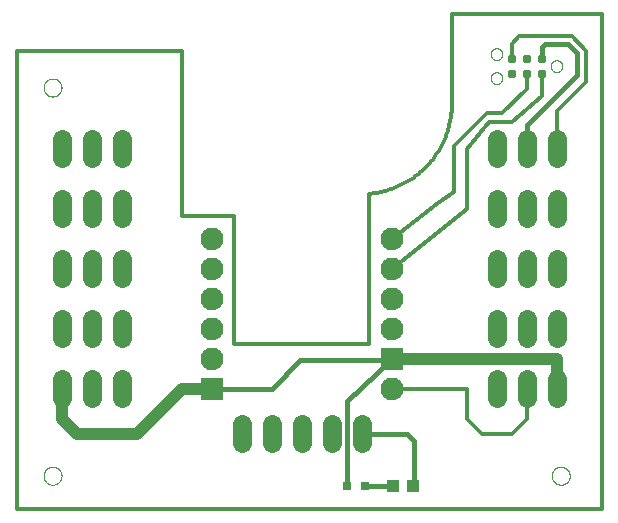
<source format=gtl>
G75*
%MOIN*%
%OFA0B0*%
%FSLAX25Y25*%
%IPPOS*%
%LPD*%
%AMOC8*
5,1,8,0,0,1.08239X$1,22.5*
%
%ADD10C,0.01200*%
%ADD11C,0.00000*%
%ADD12C,0.06400*%
%ADD13C,0.03100*%
%ADD14R,0.07600X0.07600*%
%ADD15C,0.07600*%
%ADD16R,0.03150X0.03150*%
%ADD17R,0.03937X0.04331*%
%ADD18C,0.01600*%
%ADD19C,0.04000*%
D10*
X0001600Y0002667D02*
X0001600Y0155167D01*
X0056600Y0155167D01*
X0056600Y0100167D01*
X0074100Y0100167D01*
X0074100Y0057667D01*
X0119100Y0057667D01*
X0119100Y0107667D01*
X0126600Y0092667D02*
X0142141Y0104454D01*
X0147300Y0108367D01*
X0147300Y0123412D01*
X0158354Y0134467D01*
X0163400Y0134467D01*
X0171600Y0142667D01*
X0171600Y0147667D01*
X0176600Y0147667D02*
X0176600Y0140167D01*
X0166600Y0131417D01*
X0159100Y0131417D01*
X0151600Y0122667D01*
X0151600Y0102667D01*
X0126600Y0082667D01*
X0126600Y0042667D02*
X0151600Y0042667D01*
X0151600Y0032667D01*
X0156600Y0027667D01*
X0166600Y0027667D01*
X0171600Y0032667D01*
X0171600Y0042667D01*
X0196600Y0002667D02*
X0001600Y0002667D01*
X0119100Y0107667D02*
X0119824Y0107736D01*
X0120546Y0107823D01*
X0121266Y0107927D01*
X0121984Y0108048D01*
X0122698Y0108187D01*
X0123408Y0108343D01*
X0124115Y0108516D01*
X0124817Y0108706D01*
X0125515Y0108913D01*
X0126207Y0109137D01*
X0126893Y0109377D01*
X0127574Y0109634D01*
X0128248Y0109908D01*
X0128916Y0110197D01*
X0129576Y0110503D01*
X0130228Y0110824D01*
X0130873Y0111162D01*
X0131509Y0111514D01*
X0132137Y0111882D01*
X0132755Y0112265D01*
X0133364Y0112663D01*
X0133964Y0113075D01*
X0134553Y0113502D01*
X0135132Y0113943D01*
X0135699Y0114398D01*
X0136256Y0114866D01*
X0136801Y0115348D01*
X0137335Y0115842D01*
X0137856Y0116350D01*
X0138365Y0116869D01*
X0138861Y0117401D01*
X0139344Y0117945D01*
X0139814Y0118501D01*
X0140271Y0119067D01*
X0140713Y0119645D01*
X0141142Y0120233D01*
X0141556Y0120831D01*
X0141955Y0121439D01*
X0142340Y0122056D01*
X0142710Y0122683D01*
X0143064Y0123318D01*
X0143403Y0123961D01*
X0143727Y0124613D01*
X0144034Y0125272D01*
X0144326Y0125939D01*
X0144601Y0126612D01*
X0144860Y0127292D01*
X0145102Y0127978D01*
X0145328Y0128670D01*
X0145537Y0129366D01*
X0145729Y0130068D01*
X0145904Y0130774D01*
X0146062Y0131484D01*
X0146203Y0132198D01*
X0146327Y0132915D01*
X0146433Y0133635D01*
X0146521Y0134357D01*
X0146593Y0135081D01*
X0146646Y0135806D01*
X0146683Y0136533D01*
X0146701Y0137260D01*
X0146702Y0137987D01*
X0146686Y0138715D01*
X0146652Y0139441D01*
X0146600Y0140167D01*
X0146600Y0167667D01*
X0196600Y0167667D01*
X0196600Y0002667D01*
X0181600Y0122667D02*
X0181600Y0135167D01*
X0191400Y0144967D01*
X0191400Y0155367D01*
X0186600Y0160167D01*
X0169100Y0160167D01*
X0166600Y0157667D01*
X0166600Y0152667D01*
D11*
X0159631Y0154167D02*
X0159633Y0154255D01*
X0159639Y0154343D01*
X0159649Y0154431D01*
X0159663Y0154519D01*
X0159680Y0154605D01*
X0159702Y0154691D01*
X0159727Y0154775D01*
X0159757Y0154859D01*
X0159789Y0154941D01*
X0159826Y0155021D01*
X0159866Y0155100D01*
X0159910Y0155177D01*
X0159957Y0155252D01*
X0160007Y0155324D01*
X0160061Y0155395D01*
X0160117Y0155462D01*
X0160177Y0155528D01*
X0160239Y0155590D01*
X0160305Y0155650D01*
X0160372Y0155706D01*
X0160443Y0155760D01*
X0160515Y0155810D01*
X0160590Y0155857D01*
X0160667Y0155901D01*
X0160746Y0155941D01*
X0160826Y0155978D01*
X0160908Y0156010D01*
X0160992Y0156040D01*
X0161076Y0156065D01*
X0161162Y0156087D01*
X0161248Y0156104D01*
X0161336Y0156118D01*
X0161424Y0156128D01*
X0161512Y0156134D01*
X0161600Y0156136D01*
X0161688Y0156134D01*
X0161776Y0156128D01*
X0161864Y0156118D01*
X0161952Y0156104D01*
X0162038Y0156087D01*
X0162124Y0156065D01*
X0162208Y0156040D01*
X0162292Y0156010D01*
X0162374Y0155978D01*
X0162454Y0155941D01*
X0162533Y0155901D01*
X0162610Y0155857D01*
X0162685Y0155810D01*
X0162757Y0155760D01*
X0162828Y0155706D01*
X0162895Y0155650D01*
X0162961Y0155590D01*
X0163023Y0155528D01*
X0163083Y0155462D01*
X0163139Y0155395D01*
X0163193Y0155324D01*
X0163243Y0155252D01*
X0163290Y0155177D01*
X0163334Y0155100D01*
X0163374Y0155021D01*
X0163411Y0154941D01*
X0163443Y0154859D01*
X0163473Y0154775D01*
X0163498Y0154691D01*
X0163520Y0154605D01*
X0163537Y0154519D01*
X0163551Y0154431D01*
X0163561Y0154343D01*
X0163567Y0154255D01*
X0163569Y0154167D01*
X0163567Y0154079D01*
X0163561Y0153991D01*
X0163551Y0153903D01*
X0163537Y0153815D01*
X0163520Y0153729D01*
X0163498Y0153643D01*
X0163473Y0153559D01*
X0163443Y0153475D01*
X0163411Y0153393D01*
X0163374Y0153313D01*
X0163334Y0153234D01*
X0163290Y0153157D01*
X0163243Y0153082D01*
X0163193Y0153010D01*
X0163139Y0152939D01*
X0163083Y0152872D01*
X0163023Y0152806D01*
X0162961Y0152744D01*
X0162895Y0152684D01*
X0162828Y0152628D01*
X0162757Y0152574D01*
X0162685Y0152524D01*
X0162610Y0152477D01*
X0162533Y0152433D01*
X0162454Y0152393D01*
X0162374Y0152356D01*
X0162292Y0152324D01*
X0162208Y0152294D01*
X0162124Y0152269D01*
X0162038Y0152247D01*
X0161952Y0152230D01*
X0161864Y0152216D01*
X0161776Y0152206D01*
X0161688Y0152200D01*
X0161600Y0152198D01*
X0161512Y0152200D01*
X0161424Y0152206D01*
X0161336Y0152216D01*
X0161248Y0152230D01*
X0161162Y0152247D01*
X0161076Y0152269D01*
X0160992Y0152294D01*
X0160908Y0152324D01*
X0160826Y0152356D01*
X0160746Y0152393D01*
X0160667Y0152433D01*
X0160590Y0152477D01*
X0160515Y0152524D01*
X0160443Y0152574D01*
X0160372Y0152628D01*
X0160305Y0152684D01*
X0160239Y0152744D01*
X0160177Y0152806D01*
X0160117Y0152872D01*
X0160061Y0152939D01*
X0160007Y0153010D01*
X0159957Y0153082D01*
X0159910Y0153157D01*
X0159866Y0153234D01*
X0159826Y0153313D01*
X0159789Y0153393D01*
X0159757Y0153475D01*
X0159727Y0153559D01*
X0159702Y0153643D01*
X0159680Y0153729D01*
X0159663Y0153815D01*
X0159649Y0153903D01*
X0159639Y0153991D01*
X0159633Y0154079D01*
X0159631Y0154167D01*
X0159631Y0146167D02*
X0159633Y0146255D01*
X0159639Y0146343D01*
X0159649Y0146431D01*
X0159663Y0146519D01*
X0159680Y0146605D01*
X0159702Y0146691D01*
X0159727Y0146775D01*
X0159757Y0146859D01*
X0159789Y0146941D01*
X0159826Y0147021D01*
X0159866Y0147100D01*
X0159910Y0147177D01*
X0159957Y0147252D01*
X0160007Y0147324D01*
X0160061Y0147395D01*
X0160117Y0147462D01*
X0160177Y0147528D01*
X0160239Y0147590D01*
X0160305Y0147650D01*
X0160372Y0147706D01*
X0160443Y0147760D01*
X0160515Y0147810D01*
X0160590Y0147857D01*
X0160667Y0147901D01*
X0160746Y0147941D01*
X0160826Y0147978D01*
X0160908Y0148010D01*
X0160992Y0148040D01*
X0161076Y0148065D01*
X0161162Y0148087D01*
X0161248Y0148104D01*
X0161336Y0148118D01*
X0161424Y0148128D01*
X0161512Y0148134D01*
X0161600Y0148136D01*
X0161688Y0148134D01*
X0161776Y0148128D01*
X0161864Y0148118D01*
X0161952Y0148104D01*
X0162038Y0148087D01*
X0162124Y0148065D01*
X0162208Y0148040D01*
X0162292Y0148010D01*
X0162374Y0147978D01*
X0162454Y0147941D01*
X0162533Y0147901D01*
X0162610Y0147857D01*
X0162685Y0147810D01*
X0162757Y0147760D01*
X0162828Y0147706D01*
X0162895Y0147650D01*
X0162961Y0147590D01*
X0163023Y0147528D01*
X0163083Y0147462D01*
X0163139Y0147395D01*
X0163193Y0147324D01*
X0163243Y0147252D01*
X0163290Y0147177D01*
X0163334Y0147100D01*
X0163374Y0147021D01*
X0163411Y0146941D01*
X0163443Y0146859D01*
X0163473Y0146775D01*
X0163498Y0146691D01*
X0163520Y0146605D01*
X0163537Y0146519D01*
X0163551Y0146431D01*
X0163561Y0146343D01*
X0163567Y0146255D01*
X0163569Y0146167D01*
X0163567Y0146079D01*
X0163561Y0145991D01*
X0163551Y0145903D01*
X0163537Y0145815D01*
X0163520Y0145729D01*
X0163498Y0145643D01*
X0163473Y0145559D01*
X0163443Y0145475D01*
X0163411Y0145393D01*
X0163374Y0145313D01*
X0163334Y0145234D01*
X0163290Y0145157D01*
X0163243Y0145082D01*
X0163193Y0145010D01*
X0163139Y0144939D01*
X0163083Y0144872D01*
X0163023Y0144806D01*
X0162961Y0144744D01*
X0162895Y0144684D01*
X0162828Y0144628D01*
X0162757Y0144574D01*
X0162685Y0144524D01*
X0162610Y0144477D01*
X0162533Y0144433D01*
X0162454Y0144393D01*
X0162374Y0144356D01*
X0162292Y0144324D01*
X0162208Y0144294D01*
X0162124Y0144269D01*
X0162038Y0144247D01*
X0161952Y0144230D01*
X0161864Y0144216D01*
X0161776Y0144206D01*
X0161688Y0144200D01*
X0161600Y0144198D01*
X0161512Y0144200D01*
X0161424Y0144206D01*
X0161336Y0144216D01*
X0161248Y0144230D01*
X0161162Y0144247D01*
X0161076Y0144269D01*
X0160992Y0144294D01*
X0160908Y0144324D01*
X0160826Y0144356D01*
X0160746Y0144393D01*
X0160667Y0144433D01*
X0160590Y0144477D01*
X0160515Y0144524D01*
X0160443Y0144574D01*
X0160372Y0144628D01*
X0160305Y0144684D01*
X0160239Y0144744D01*
X0160177Y0144806D01*
X0160117Y0144872D01*
X0160061Y0144939D01*
X0160007Y0145010D01*
X0159957Y0145082D01*
X0159910Y0145157D01*
X0159866Y0145234D01*
X0159826Y0145313D01*
X0159789Y0145393D01*
X0159757Y0145475D01*
X0159727Y0145559D01*
X0159702Y0145643D01*
X0159680Y0145729D01*
X0159663Y0145815D01*
X0159649Y0145903D01*
X0159639Y0145991D01*
X0159633Y0146079D01*
X0159631Y0146167D01*
X0179631Y0150167D02*
X0179633Y0150255D01*
X0179639Y0150343D01*
X0179649Y0150431D01*
X0179663Y0150519D01*
X0179680Y0150605D01*
X0179702Y0150691D01*
X0179727Y0150775D01*
X0179757Y0150859D01*
X0179789Y0150941D01*
X0179826Y0151021D01*
X0179866Y0151100D01*
X0179910Y0151177D01*
X0179957Y0151252D01*
X0180007Y0151324D01*
X0180061Y0151395D01*
X0180117Y0151462D01*
X0180177Y0151528D01*
X0180239Y0151590D01*
X0180305Y0151650D01*
X0180372Y0151706D01*
X0180443Y0151760D01*
X0180515Y0151810D01*
X0180590Y0151857D01*
X0180667Y0151901D01*
X0180746Y0151941D01*
X0180826Y0151978D01*
X0180908Y0152010D01*
X0180992Y0152040D01*
X0181076Y0152065D01*
X0181162Y0152087D01*
X0181248Y0152104D01*
X0181336Y0152118D01*
X0181424Y0152128D01*
X0181512Y0152134D01*
X0181600Y0152136D01*
X0181688Y0152134D01*
X0181776Y0152128D01*
X0181864Y0152118D01*
X0181952Y0152104D01*
X0182038Y0152087D01*
X0182124Y0152065D01*
X0182208Y0152040D01*
X0182292Y0152010D01*
X0182374Y0151978D01*
X0182454Y0151941D01*
X0182533Y0151901D01*
X0182610Y0151857D01*
X0182685Y0151810D01*
X0182757Y0151760D01*
X0182828Y0151706D01*
X0182895Y0151650D01*
X0182961Y0151590D01*
X0183023Y0151528D01*
X0183083Y0151462D01*
X0183139Y0151395D01*
X0183193Y0151324D01*
X0183243Y0151252D01*
X0183290Y0151177D01*
X0183334Y0151100D01*
X0183374Y0151021D01*
X0183411Y0150941D01*
X0183443Y0150859D01*
X0183473Y0150775D01*
X0183498Y0150691D01*
X0183520Y0150605D01*
X0183537Y0150519D01*
X0183551Y0150431D01*
X0183561Y0150343D01*
X0183567Y0150255D01*
X0183569Y0150167D01*
X0183567Y0150079D01*
X0183561Y0149991D01*
X0183551Y0149903D01*
X0183537Y0149815D01*
X0183520Y0149729D01*
X0183498Y0149643D01*
X0183473Y0149559D01*
X0183443Y0149475D01*
X0183411Y0149393D01*
X0183374Y0149313D01*
X0183334Y0149234D01*
X0183290Y0149157D01*
X0183243Y0149082D01*
X0183193Y0149010D01*
X0183139Y0148939D01*
X0183083Y0148872D01*
X0183023Y0148806D01*
X0182961Y0148744D01*
X0182895Y0148684D01*
X0182828Y0148628D01*
X0182757Y0148574D01*
X0182685Y0148524D01*
X0182610Y0148477D01*
X0182533Y0148433D01*
X0182454Y0148393D01*
X0182374Y0148356D01*
X0182292Y0148324D01*
X0182208Y0148294D01*
X0182124Y0148269D01*
X0182038Y0148247D01*
X0181952Y0148230D01*
X0181864Y0148216D01*
X0181776Y0148206D01*
X0181688Y0148200D01*
X0181600Y0148198D01*
X0181512Y0148200D01*
X0181424Y0148206D01*
X0181336Y0148216D01*
X0181248Y0148230D01*
X0181162Y0148247D01*
X0181076Y0148269D01*
X0180992Y0148294D01*
X0180908Y0148324D01*
X0180826Y0148356D01*
X0180746Y0148393D01*
X0180667Y0148433D01*
X0180590Y0148477D01*
X0180515Y0148524D01*
X0180443Y0148574D01*
X0180372Y0148628D01*
X0180305Y0148684D01*
X0180239Y0148744D01*
X0180177Y0148806D01*
X0180117Y0148872D01*
X0180061Y0148939D01*
X0180007Y0149010D01*
X0179957Y0149082D01*
X0179910Y0149157D01*
X0179866Y0149234D01*
X0179826Y0149313D01*
X0179789Y0149393D01*
X0179757Y0149475D01*
X0179727Y0149559D01*
X0179702Y0149643D01*
X0179680Y0149729D01*
X0179663Y0149815D01*
X0179649Y0149903D01*
X0179639Y0149991D01*
X0179633Y0150079D01*
X0179631Y0150167D01*
X0180000Y0013667D02*
X0180002Y0013776D01*
X0180008Y0013885D01*
X0180018Y0013993D01*
X0180032Y0014101D01*
X0180049Y0014209D01*
X0180071Y0014316D01*
X0180096Y0014422D01*
X0180126Y0014526D01*
X0180159Y0014630D01*
X0180196Y0014733D01*
X0180236Y0014834D01*
X0180280Y0014933D01*
X0180328Y0015031D01*
X0180380Y0015128D01*
X0180434Y0015222D01*
X0180492Y0015314D01*
X0180554Y0015404D01*
X0180619Y0015491D01*
X0180686Y0015577D01*
X0180757Y0015660D01*
X0180831Y0015740D01*
X0180908Y0015817D01*
X0180987Y0015892D01*
X0181069Y0015963D01*
X0181154Y0016032D01*
X0181241Y0016097D01*
X0181330Y0016160D01*
X0181422Y0016218D01*
X0181516Y0016274D01*
X0181611Y0016326D01*
X0181709Y0016375D01*
X0181808Y0016420D01*
X0181909Y0016462D01*
X0182011Y0016499D01*
X0182114Y0016533D01*
X0182219Y0016564D01*
X0182325Y0016590D01*
X0182431Y0016613D01*
X0182539Y0016631D01*
X0182647Y0016646D01*
X0182755Y0016657D01*
X0182864Y0016664D01*
X0182973Y0016667D01*
X0183082Y0016666D01*
X0183191Y0016661D01*
X0183299Y0016652D01*
X0183407Y0016639D01*
X0183515Y0016622D01*
X0183622Y0016602D01*
X0183728Y0016577D01*
X0183833Y0016549D01*
X0183937Y0016517D01*
X0184040Y0016481D01*
X0184142Y0016441D01*
X0184242Y0016398D01*
X0184340Y0016351D01*
X0184437Y0016301D01*
X0184531Y0016247D01*
X0184624Y0016189D01*
X0184715Y0016129D01*
X0184803Y0016065D01*
X0184889Y0015998D01*
X0184972Y0015928D01*
X0185053Y0015855D01*
X0185131Y0015779D01*
X0185206Y0015700D01*
X0185279Y0015618D01*
X0185348Y0015534D01*
X0185414Y0015448D01*
X0185477Y0015359D01*
X0185537Y0015268D01*
X0185594Y0015175D01*
X0185647Y0015080D01*
X0185696Y0014983D01*
X0185742Y0014884D01*
X0185784Y0014784D01*
X0185823Y0014682D01*
X0185858Y0014578D01*
X0185889Y0014474D01*
X0185917Y0014369D01*
X0185940Y0014262D01*
X0185960Y0014155D01*
X0185976Y0014047D01*
X0185988Y0013939D01*
X0185996Y0013830D01*
X0186000Y0013721D01*
X0186000Y0013613D01*
X0185996Y0013504D01*
X0185988Y0013395D01*
X0185976Y0013287D01*
X0185960Y0013179D01*
X0185940Y0013072D01*
X0185917Y0012965D01*
X0185889Y0012860D01*
X0185858Y0012756D01*
X0185823Y0012652D01*
X0185784Y0012550D01*
X0185742Y0012450D01*
X0185696Y0012351D01*
X0185647Y0012254D01*
X0185594Y0012159D01*
X0185537Y0012066D01*
X0185477Y0011975D01*
X0185414Y0011886D01*
X0185348Y0011800D01*
X0185279Y0011716D01*
X0185206Y0011634D01*
X0185131Y0011555D01*
X0185053Y0011479D01*
X0184972Y0011406D01*
X0184889Y0011336D01*
X0184803Y0011269D01*
X0184715Y0011205D01*
X0184624Y0011145D01*
X0184531Y0011087D01*
X0184437Y0011033D01*
X0184340Y0010983D01*
X0184242Y0010936D01*
X0184142Y0010893D01*
X0184040Y0010853D01*
X0183937Y0010817D01*
X0183833Y0010785D01*
X0183728Y0010757D01*
X0183622Y0010732D01*
X0183515Y0010712D01*
X0183407Y0010695D01*
X0183299Y0010682D01*
X0183191Y0010673D01*
X0183082Y0010668D01*
X0182973Y0010667D01*
X0182864Y0010670D01*
X0182755Y0010677D01*
X0182647Y0010688D01*
X0182539Y0010703D01*
X0182431Y0010721D01*
X0182325Y0010744D01*
X0182219Y0010770D01*
X0182114Y0010801D01*
X0182011Y0010835D01*
X0181909Y0010872D01*
X0181808Y0010914D01*
X0181709Y0010959D01*
X0181611Y0011008D01*
X0181516Y0011060D01*
X0181422Y0011116D01*
X0181330Y0011174D01*
X0181241Y0011237D01*
X0181154Y0011302D01*
X0181069Y0011371D01*
X0180987Y0011442D01*
X0180908Y0011517D01*
X0180831Y0011594D01*
X0180757Y0011674D01*
X0180686Y0011757D01*
X0180619Y0011843D01*
X0180554Y0011930D01*
X0180492Y0012020D01*
X0180434Y0012112D01*
X0180380Y0012206D01*
X0180328Y0012303D01*
X0180280Y0012401D01*
X0180236Y0012500D01*
X0180196Y0012601D01*
X0180159Y0012704D01*
X0180126Y0012808D01*
X0180096Y0012912D01*
X0180071Y0013018D01*
X0180049Y0013125D01*
X0180032Y0013233D01*
X0180018Y0013341D01*
X0180008Y0013449D01*
X0180002Y0013558D01*
X0180000Y0013667D01*
X0010600Y0013667D02*
X0010602Y0013776D01*
X0010608Y0013885D01*
X0010618Y0013993D01*
X0010632Y0014101D01*
X0010649Y0014209D01*
X0010671Y0014316D01*
X0010696Y0014422D01*
X0010726Y0014526D01*
X0010759Y0014630D01*
X0010796Y0014733D01*
X0010836Y0014834D01*
X0010880Y0014933D01*
X0010928Y0015031D01*
X0010980Y0015128D01*
X0011034Y0015222D01*
X0011092Y0015314D01*
X0011154Y0015404D01*
X0011219Y0015491D01*
X0011286Y0015577D01*
X0011357Y0015660D01*
X0011431Y0015740D01*
X0011508Y0015817D01*
X0011587Y0015892D01*
X0011669Y0015963D01*
X0011754Y0016032D01*
X0011841Y0016097D01*
X0011930Y0016160D01*
X0012022Y0016218D01*
X0012116Y0016274D01*
X0012211Y0016326D01*
X0012309Y0016375D01*
X0012408Y0016420D01*
X0012509Y0016462D01*
X0012611Y0016499D01*
X0012714Y0016533D01*
X0012819Y0016564D01*
X0012925Y0016590D01*
X0013031Y0016613D01*
X0013139Y0016631D01*
X0013247Y0016646D01*
X0013355Y0016657D01*
X0013464Y0016664D01*
X0013573Y0016667D01*
X0013682Y0016666D01*
X0013791Y0016661D01*
X0013899Y0016652D01*
X0014007Y0016639D01*
X0014115Y0016622D01*
X0014222Y0016602D01*
X0014328Y0016577D01*
X0014433Y0016549D01*
X0014537Y0016517D01*
X0014640Y0016481D01*
X0014742Y0016441D01*
X0014842Y0016398D01*
X0014940Y0016351D01*
X0015037Y0016301D01*
X0015131Y0016247D01*
X0015224Y0016189D01*
X0015315Y0016129D01*
X0015403Y0016065D01*
X0015489Y0015998D01*
X0015572Y0015928D01*
X0015653Y0015855D01*
X0015731Y0015779D01*
X0015806Y0015700D01*
X0015879Y0015618D01*
X0015948Y0015534D01*
X0016014Y0015448D01*
X0016077Y0015359D01*
X0016137Y0015268D01*
X0016194Y0015175D01*
X0016247Y0015080D01*
X0016296Y0014983D01*
X0016342Y0014884D01*
X0016384Y0014784D01*
X0016423Y0014682D01*
X0016458Y0014578D01*
X0016489Y0014474D01*
X0016517Y0014369D01*
X0016540Y0014262D01*
X0016560Y0014155D01*
X0016576Y0014047D01*
X0016588Y0013939D01*
X0016596Y0013830D01*
X0016600Y0013721D01*
X0016600Y0013613D01*
X0016596Y0013504D01*
X0016588Y0013395D01*
X0016576Y0013287D01*
X0016560Y0013179D01*
X0016540Y0013072D01*
X0016517Y0012965D01*
X0016489Y0012860D01*
X0016458Y0012756D01*
X0016423Y0012652D01*
X0016384Y0012550D01*
X0016342Y0012450D01*
X0016296Y0012351D01*
X0016247Y0012254D01*
X0016194Y0012159D01*
X0016137Y0012066D01*
X0016077Y0011975D01*
X0016014Y0011886D01*
X0015948Y0011800D01*
X0015879Y0011716D01*
X0015806Y0011634D01*
X0015731Y0011555D01*
X0015653Y0011479D01*
X0015572Y0011406D01*
X0015489Y0011336D01*
X0015403Y0011269D01*
X0015315Y0011205D01*
X0015224Y0011145D01*
X0015131Y0011087D01*
X0015037Y0011033D01*
X0014940Y0010983D01*
X0014842Y0010936D01*
X0014742Y0010893D01*
X0014640Y0010853D01*
X0014537Y0010817D01*
X0014433Y0010785D01*
X0014328Y0010757D01*
X0014222Y0010732D01*
X0014115Y0010712D01*
X0014007Y0010695D01*
X0013899Y0010682D01*
X0013791Y0010673D01*
X0013682Y0010668D01*
X0013573Y0010667D01*
X0013464Y0010670D01*
X0013355Y0010677D01*
X0013247Y0010688D01*
X0013139Y0010703D01*
X0013031Y0010721D01*
X0012925Y0010744D01*
X0012819Y0010770D01*
X0012714Y0010801D01*
X0012611Y0010835D01*
X0012509Y0010872D01*
X0012408Y0010914D01*
X0012309Y0010959D01*
X0012211Y0011008D01*
X0012116Y0011060D01*
X0012022Y0011116D01*
X0011930Y0011174D01*
X0011841Y0011237D01*
X0011754Y0011302D01*
X0011669Y0011371D01*
X0011587Y0011442D01*
X0011508Y0011517D01*
X0011431Y0011594D01*
X0011357Y0011674D01*
X0011286Y0011757D01*
X0011219Y0011843D01*
X0011154Y0011930D01*
X0011092Y0012020D01*
X0011034Y0012112D01*
X0010980Y0012206D01*
X0010928Y0012303D01*
X0010880Y0012401D01*
X0010836Y0012500D01*
X0010796Y0012601D01*
X0010759Y0012704D01*
X0010726Y0012808D01*
X0010696Y0012912D01*
X0010671Y0013018D01*
X0010649Y0013125D01*
X0010632Y0013233D01*
X0010618Y0013341D01*
X0010608Y0013449D01*
X0010602Y0013558D01*
X0010600Y0013667D01*
X0010600Y0143067D02*
X0010602Y0143176D01*
X0010608Y0143285D01*
X0010618Y0143393D01*
X0010632Y0143501D01*
X0010649Y0143609D01*
X0010671Y0143716D01*
X0010696Y0143822D01*
X0010726Y0143926D01*
X0010759Y0144030D01*
X0010796Y0144133D01*
X0010836Y0144234D01*
X0010880Y0144333D01*
X0010928Y0144431D01*
X0010980Y0144528D01*
X0011034Y0144622D01*
X0011092Y0144714D01*
X0011154Y0144804D01*
X0011219Y0144891D01*
X0011286Y0144977D01*
X0011357Y0145060D01*
X0011431Y0145140D01*
X0011508Y0145217D01*
X0011587Y0145292D01*
X0011669Y0145363D01*
X0011754Y0145432D01*
X0011841Y0145497D01*
X0011930Y0145560D01*
X0012022Y0145618D01*
X0012116Y0145674D01*
X0012211Y0145726D01*
X0012309Y0145775D01*
X0012408Y0145820D01*
X0012509Y0145862D01*
X0012611Y0145899D01*
X0012714Y0145933D01*
X0012819Y0145964D01*
X0012925Y0145990D01*
X0013031Y0146013D01*
X0013139Y0146031D01*
X0013247Y0146046D01*
X0013355Y0146057D01*
X0013464Y0146064D01*
X0013573Y0146067D01*
X0013682Y0146066D01*
X0013791Y0146061D01*
X0013899Y0146052D01*
X0014007Y0146039D01*
X0014115Y0146022D01*
X0014222Y0146002D01*
X0014328Y0145977D01*
X0014433Y0145949D01*
X0014537Y0145917D01*
X0014640Y0145881D01*
X0014742Y0145841D01*
X0014842Y0145798D01*
X0014940Y0145751D01*
X0015037Y0145701D01*
X0015131Y0145647D01*
X0015224Y0145589D01*
X0015315Y0145529D01*
X0015403Y0145465D01*
X0015489Y0145398D01*
X0015572Y0145328D01*
X0015653Y0145255D01*
X0015731Y0145179D01*
X0015806Y0145100D01*
X0015879Y0145018D01*
X0015948Y0144934D01*
X0016014Y0144848D01*
X0016077Y0144759D01*
X0016137Y0144668D01*
X0016194Y0144575D01*
X0016247Y0144480D01*
X0016296Y0144383D01*
X0016342Y0144284D01*
X0016384Y0144184D01*
X0016423Y0144082D01*
X0016458Y0143978D01*
X0016489Y0143874D01*
X0016517Y0143769D01*
X0016540Y0143662D01*
X0016560Y0143555D01*
X0016576Y0143447D01*
X0016588Y0143339D01*
X0016596Y0143230D01*
X0016600Y0143121D01*
X0016600Y0143013D01*
X0016596Y0142904D01*
X0016588Y0142795D01*
X0016576Y0142687D01*
X0016560Y0142579D01*
X0016540Y0142472D01*
X0016517Y0142365D01*
X0016489Y0142260D01*
X0016458Y0142156D01*
X0016423Y0142052D01*
X0016384Y0141950D01*
X0016342Y0141850D01*
X0016296Y0141751D01*
X0016247Y0141654D01*
X0016194Y0141559D01*
X0016137Y0141466D01*
X0016077Y0141375D01*
X0016014Y0141286D01*
X0015948Y0141200D01*
X0015879Y0141116D01*
X0015806Y0141034D01*
X0015731Y0140955D01*
X0015653Y0140879D01*
X0015572Y0140806D01*
X0015489Y0140736D01*
X0015403Y0140669D01*
X0015315Y0140605D01*
X0015224Y0140545D01*
X0015131Y0140487D01*
X0015037Y0140433D01*
X0014940Y0140383D01*
X0014842Y0140336D01*
X0014742Y0140293D01*
X0014640Y0140253D01*
X0014537Y0140217D01*
X0014433Y0140185D01*
X0014328Y0140157D01*
X0014222Y0140132D01*
X0014115Y0140112D01*
X0014007Y0140095D01*
X0013899Y0140082D01*
X0013791Y0140073D01*
X0013682Y0140068D01*
X0013573Y0140067D01*
X0013464Y0140070D01*
X0013355Y0140077D01*
X0013247Y0140088D01*
X0013139Y0140103D01*
X0013031Y0140121D01*
X0012925Y0140144D01*
X0012819Y0140170D01*
X0012714Y0140201D01*
X0012611Y0140235D01*
X0012509Y0140272D01*
X0012408Y0140314D01*
X0012309Y0140359D01*
X0012211Y0140408D01*
X0012116Y0140460D01*
X0012022Y0140516D01*
X0011930Y0140574D01*
X0011841Y0140637D01*
X0011754Y0140702D01*
X0011669Y0140771D01*
X0011587Y0140842D01*
X0011508Y0140917D01*
X0011431Y0140994D01*
X0011357Y0141074D01*
X0011286Y0141157D01*
X0011219Y0141243D01*
X0011154Y0141330D01*
X0011092Y0141420D01*
X0011034Y0141512D01*
X0010980Y0141606D01*
X0010928Y0141703D01*
X0010880Y0141801D01*
X0010836Y0141900D01*
X0010796Y0142001D01*
X0010759Y0142104D01*
X0010726Y0142208D01*
X0010696Y0142312D01*
X0010671Y0142418D01*
X0010649Y0142525D01*
X0010632Y0142633D01*
X0010618Y0142741D01*
X0010608Y0142849D01*
X0010602Y0142958D01*
X0010600Y0143067D01*
D12*
X0016600Y0125867D02*
X0016600Y0119467D01*
X0026600Y0119467D02*
X0026600Y0125867D01*
X0036600Y0125867D02*
X0036600Y0119467D01*
X0036600Y0105867D02*
X0036600Y0099467D01*
X0026600Y0099467D02*
X0026600Y0105867D01*
X0016600Y0105867D02*
X0016600Y0099467D01*
X0016600Y0085867D02*
X0016600Y0079467D01*
X0026600Y0079467D02*
X0026600Y0085867D01*
X0036600Y0085867D02*
X0036600Y0079467D01*
X0036600Y0065867D02*
X0036600Y0059467D01*
X0026600Y0059467D02*
X0026600Y0065867D01*
X0016600Y0065867D02*
X0016600Y0059467D01*
X0016600Y0045867D02*
X0016600Y0039467D01*
X0026600Y0039467D02*
X0026600Y0045867D01*
X0036600Y0045867D02*
X0036600Y0039467D01*
X0076600Y0030867D02*
X0076600Y0024467D01*
X0086600Y0024467D02*
X0086600Y0030867D01*
X0096600Y0030867D02*
X0096600Y0024467D01*
X0106600Y0024467D02*
X0106600Y0030867D01*
X0116600Y0030867D02*
X0116600Y0024467D01*
X0161600Y0039467D02*
X0161600Y0045867D01*
X0171600Y0045867D02*
X0171600Y0039467D01*
X0181600Y0039467D02*
X0181600Y0045867D01*
X0181600Y0059467D02*
X0181600Y0065867D01*
X0171600Y0065867D02*
X0171600Y0059467D01*
X0161600Y0059467D02*
X0161600Y0065867D01*
X0161600Y0079467D02*
X0161600Y0085867D01*
X0171600Y0085867D02*
X0171600Y0079467D01*
X0181600Y0079467D02*
X0181600Y0085867D01*
X0181600Y0099467D02*
X0181600Y0105867D01*
X0171600Y0105867D02*
X0171600Y0099467D01*
X0161600Y0099467D02*
X0161600Y0105867D01*
X0161600Y0119467D02*
X0161600Y0125867D01*
X0171600Y0125867D02*
X0171600Y0119467D01*
X0181600Y0119467D02*
X0181600Y0125867D01*
D13*
X0176600Y0147667D03*
X0176600Y0152667D03*
X0171600Y0152667D03*
X0166600Y0152667D03*
X0166600Y0147667D03*
X0171600Y0147667D03*
D14*
X0126600Y0052667D03*
X0066600Y0042667D03*
D15*
X0066600Y0052667D03*
X0066600Y0062667D03*
X0066600Y0072667D03*
X0066600Y0082667D03*
X0066600Y0092667D03*
X0126600Y0092667D03*
X0126600Y0082667D03*
X0126600Y0072667D03*
X0126600Y0062667D03*
X0126600Y0042667D03*
D16*
X0117653Y0010167D03*
X0111747Y0010167D03*
D17*
X0127004Y0010167D03*
X0133696Y0010167D03*
D18*
X0134100Y0010570D01*
X0134100Y0025167D01*
X0131600Y0027667D01*
X0116600Y0027667D01*
X0111747Y0038464D02*
X0126600Y0052667D01*
X0126200Y0052267D01*
X0096200Y0052267D01*
X0086600Y0042667D01*
X0066600Y0042667D01*
X0111747Y0038464D02*
X0111747Y0010167D01*
X0117653Y0010167D02*
X0127004Y0010167D01*
X0171600Y0122667D02*
X0171600Y0130595D01*
X0188369Y0147363D01*
X0188369Y0154648D01*
X0185350Y0157667D01*
X0177850Y0157667D01*
X0176600Y0156417D01*
X0176600Y0152667D01*
D19*
X0181600Y0052667D02*
X0126600Y0052667D01*
X0181600Y0052667D02*
X0181600Y0042667D01*
X0066600Y0042667D02*
X0056600Y0042667D01*
X0041600Y0027667D01*
X0021600Y0027667D01*
X0016600Y0032667D01*
X0016600Y0042667D01*
M02*

</source>
